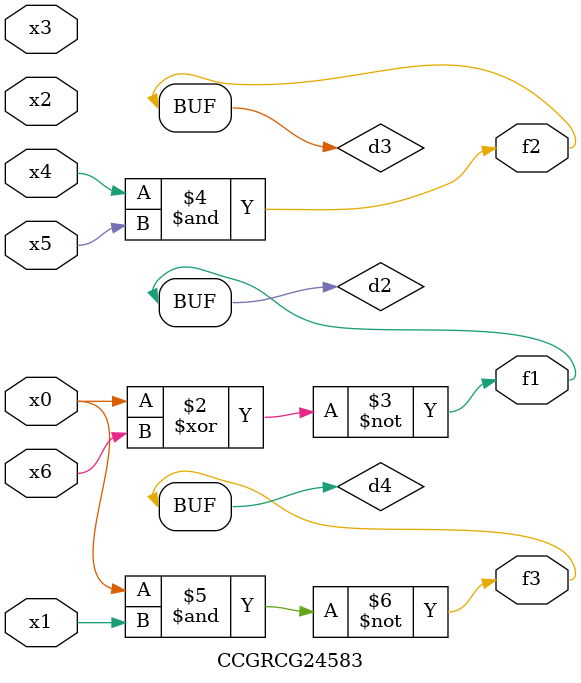
<source format=v>
module CCGRCG24583(
	input x0, x1, x2, x3, x4, x5, x6,
	output f1, f2, f3
);

	wire d1, d2, d3, d4;

	nor (d1, x0);
	xnor (d2, x0, x6);
	and (d3, x4, x5);
	nand (d4, x0, x1);
	assign f1 = d2;
	assign f2 = d3;
	assign f3 = d4;
endmodule

</source>
